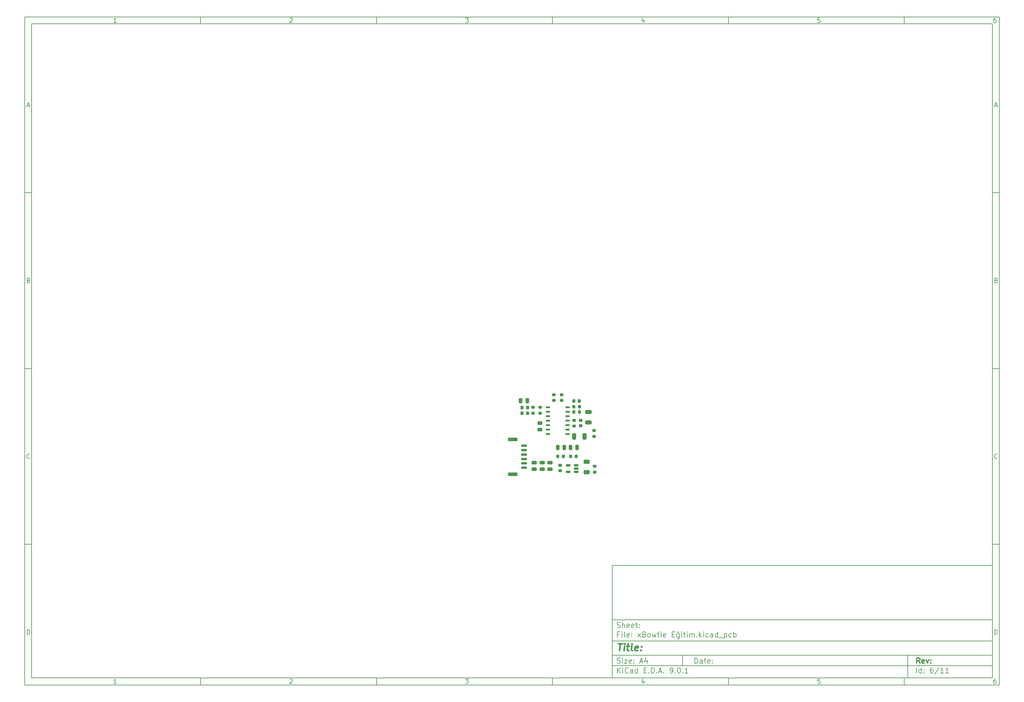
<source format=gbp>
%TF.GenerationSoftware,KiCad,Pcbnew,9.0.1*%
%TF.CreationDate,2025-04-08T16:08:48+03:00*%
%TF.ProjectId,xBowtie E_itim,78426f77-7469-4652-9045-1f6974696d2e,rev?*%
%TF.SameCoordinates,Original*%
%TF.FileFunction,Paste,Bot*%
%TF.FilePolarity,Positive*%
%FSLAX46Y46*%
G04 Gerber Fmt 4.6, Leading zero omitted, Abs format (unit mm)*
G04 Created by KiCad (PCBNEW 9.0.1) date 2025-04-08 16:08:48*
%MOMM*%
%LPD*%
G01*
G04 APERTURE LIST*
G04 Aperture macros list*
%AMRoundRect*
0 Rectangle with rounded corners*
0 $1 Rounding radius*
0 $2 $3 $4 $5 $6 $7 $8 $9 X,Y pos of 4 corners*
0 Add a 4 corners polygon primitive as box body*
4,1,4,$2,$3,$4,$5,$6,$7,$8,$9,$2,$3,0*
0 Add four circle primitives for the rounded corners*
1,1,$1+$1,$2,$3*
1,1,$1+$1,$4,$5*
1,1,$1+$1,$6,$7*
1,1,$1+$1,$8,$9*
0 Add four rect primitives between the rounded corners*
20,1,$1+$1,$2,$3,$4,$5,0*
20,1,$1+$1,$4,$5,$6,$7,0*
20,1,$1+$1,$6,$7,$8,$9,0*
20,1,$1+$1,$8,$9,$2,$3,0*%
G04 Aperture macros list end*
%ADD10C,0.100000*%
%ADD11C,0.150000*%
%ADD12C,0.300000*%
%ADD13C,0.400000*%
%ADD14RoundRect,0.200000X-0.275000X0.200000X-0.275000X-0.200000X0.275000X-0.200000X0.275000X0.200000X0*%
%ADD15RoundRect,0.250000X0.325000X0.650000X-0.325000X0.650000X-0.325000X-0.650000X0.325000X-0.650000X0*%
%ADD16RoundRect,0.250000X-0.625000X0.312500X-0.625000X-0.312500X0.625000X-0.312500X0.625000X0.312500X0*%
%ADD17RoundRect,0.200000X0.275000X-0.200000X0.275000X0.200000X-0.275000X0.200000X-0.275000X-0.200000X0*%
%ADD18RoundRect,0.250000X0.250000X0.475000X-0.250000X0.475000X-0.250000X-0.475000X0.250000X-0.475000X0*%
%ADD19RoundRect,0.243750X0.456250X-0.243750X0.456250X0.243750X-0.456250X0.243750X-0.456250X-0.243750X0*%
%ADD20RoundRect,0.225000X0.225000X0.250000X-0.225000X0.250000X-0.225000X-0.250000X0.225000X-0.250000X0*%
%ADD21RoundRect,0.200000X-0.200000X-0.275000X0.200000X-0.275000X0.200000X0.275000X-0.200000X0.275000X0*%
%ADD22RoundRect,0.250000X0.475000X-0.250000X0.475000X0.250000X-0.475000X0.250000X-0.475000X-0.250000X0*%
%ADD23RoundRect,0.225000X-0.250000X0.225000X-0.250000X-0.225000X0.250000X-0.225000X0.250000X0.225000X0*%
%ADD24RoundRect,0.250000X-0.250000X-0.475000X0.250000X-0.475000X0.250000X0.475000X-0.250000X0.475000X0*%
%ADD25RoundRect,0.250000X-0.475000X0.250000X-0.475000X-0.250000X0.475000X-0.250000X0.475000X0.250000X0*%
%ADD26RoundRect,0.225000X-0.225000X-0.250000X0.225000X-0.250000X0.225000X0.250000X-0.225000X0.250000X0*%
%ADD27RoundRect,0.200000X0.200000X0.275000X-0.200000X0.275000X-0.200000X-0.275000X0.200000X-0.275000X0*%
%ADD28RoundRect,0.250000X0.650000X-0.325000X0.650000X0.325000X-0.650000X0.325000X-0.650000X-0.325000X0*%
%ADD29RoundRect,0.150000X0.512500X0.150000X-0.512500X0.150000X-0.512500X-0.150000X0.512500X-0.150000X0*%
%ADD30RoundRect,0.150000X0.700000X-0.150000X0.700000X0.150000X-0.700000X0.150000X-0.700000X-0.150000X0*%
%ADD31RoundRect,0.250000X1.100000X-0.250000X1.100000X0.250000X-1.100000X0.250000X-1.100000X-0.250000X0*%
%ADD32R,1.200000X0.600000*%
G04 APERTURE END LIST*
D10*
D11*
X177002200Y-166007200D02*
X285002200Y-166007200D01*
X285002200Y-198007200D01*
X177002200Y-198007200D01*
X177002200Y-166007200D01*
D10*
D11*
X10000000Y-10000000D02*
X287002200Y-10000000D01*
X287002200Y-200007200D01*
X10000000Y-200007200D01*
X10000000Y-10000000D01*
D10*
D11*
X12000000Y-12000000D02*
X285002200Y-12000000D01*
X285002200Y-198007200D01*
X12000000Y-198007200D01*
X12000000Y-12000000D01*
D10*
D11*
X60000000Y-12000000D02*
X60000000Y-10000000D01*
D10*
D11*
X110000000Y-12000000D02*
X110000000Y-10000000D01*
D10*
D11*
X160000000Y-12000000D02*
X160000000Y-10000000D01*
D10*
D11*
X210000000Y-12000000D02*
X210000000Y-10000000D01*
D10*
D11*
X260000000Y-12000000D02*
X260000000Y-10000000D01*
D10*
D11*
X36089160Y-11593604D02*
X35346303Y-11593604D01*
X35717731Y-11593604D02*
X35717731Y-10293604D01*
X35717731Y-10293604D02*
X35593922Y-10479319D01*
X35593922Y-10479319D02*
X35470112Y-10603128D01*
X35470112Y-10603128D02*
X35346303Y-10665033D01*
D10*
D11*
X85346303Y-10417414D02*
X85408207Y-10355509D01*
X85408207Y-10355509D02*
X85532017Y-10293604D01*
X85532017Y-10293604D02*
X85841541Y-10293604D01*
X85841541Y-10293604D02*
X85965350Y-10355509D01*
X85965350Y-10355509D02*
X86027255Y-10417414D01*
X86027255Y-10417414D02*
X86089160Y-10541223D01*
X86089160Y-10541223D02*
X86089160Y-10665033D01*
X86089160Y-10665033D02*
X86027255Y-10850747D01*
X86027255Y-10850747D02*
X85284398Y-11593604D01*
X85284398Y-11593604D02*
X86089160Y-11593604D01*
D10*
D11*
X135284398Y-10293604D02*
X136089160Y-10293604D01*
X136089160Y-10293604D02*
X135655826Y-10788842D01*
X135655826Y-10788842D02*
X135841541Y-10788842D01*
X135841541Y-10788842D02*
X135965350Y-10850747D01*
X135965350Y-10850747D02*
X136027255Y-10912652D01*
X136027255Y-10912652D02*
X136089160Y-11036461D01*
X136089160Y-11036461D02*
X136089160Y-11345985D01*
X136089160Y-11345985D02*
X136027255Y-11469795D01*
X136027255Y-11469795D02*
X135965350Y-11531700D01*
X135965350Y-11531700D02*
X135841541Y-11593604D01*
X135841541Y-11593604D02*
X135470112Y-11593604D01*
X135470112Y-11593604D02*
X135346303Y-11531700D01*
X135346303Y-11531700D02*
X135284398Y-11469795D01*
D10*
D11*
X185965350Y-10726938D02*
X185965350Y-11593604D01*
X185655826Y-10231700D02*
X185346303Y-11160271D01*
X185346303Y-11160271D02*
X186151064Y-11160271D01*
D10*
D11*
X236027255Y-10293604D02*
X235408207Y-10293604D01*
X235408207Y-10293604D02*
X235346303Y-10912652D01*
X235346303Y-10912652D02*
X235408207Y-10850747D01*
X235408207Y-10850747D02*
X235532017Y-10788842D01*
X235532017Y-10788842D02*
X235841541Y-10788842D01*
X235841541Y-10788842D02*
X235965350Y-10850747D01*
X235965350Y-10850747D02*
X236027255Y-10912652D01*
X236027255Y-10912652D02*
X236089160Y-11036461D01*
X236089160Y-11036461D02*
X236089160Y-11345985D01*
X236089160Y-11345985D02*
X236027255Y-11469795D01*
X236027255Y-11469795D02*
X235965350Y-11531700D01*
X235965350Y-11531700D02*
X235841541Y-11593604D01*
X235841541Y-11593604D02*
X235532017Y-11593604D01*
X235532017Y-11593604D02*
X235408207Y-11531700D01*
X235408207Y-11531700D02*
X235346303Y-11469795D01*
D10*
D11*
X285965350Y-10293604D02*
X285717731Y-10293604D01*
X285717731Y-10293604D02*
X285593922Y-10355509D01*
X285593922Y-10355509D02*
X285532017Y-10417414D01*
X285532017Y-10417414D02*
X285408207Y-10603128D01*
X285408207Y-10603128D02*
X285346303Y-10850747D01*
X285346303Y-10850747D02*
X285346303Y-11345985D01*
X285346303Y-11345985D02*
X285408207Y-11469795D01*
X285408207Y-11469795D02*
X285470112Y-11531700D01*
X285470112Y-11531700D02*
X285593922Y-11593604D01*
X285593922Y-11593604D02*
X285841541Y-11593604D01*
X285841541Y-11593604D02*
X285965350Y-11531700D01*
X285965350Y-11531700D02*
X286027255Y-11469795D01*
X286027255Y-11469795D02*
X286089160Y-11345985D01*
X286089160Y-11345985D02*
X286089160Y-11036461D01*
X286089160Y-11036461D02*
X286027255Y-10912652D01*
X286027255Y-10912652D02*
X285965350Y-10850747D01*
X285965350Y-10850747D02*
X285841541Y-10788842D01*
X285841541Y-10788842D02*
X285593922Y-10788842D01*
X285593922Y-10788842D02*
X285470112Y-10850747D01*
X285470112Y-10850747D02*
X285408207Y-10912652D01*
X285408207Y-10912652D02*
X285346303Y-11036461D01*
D10*
D11*
X60000000Y-198007200D02*
X60000000Y-200007200D01*
D10*
D11*
X110000000Y-198007200D02*
X110000000Y-200007200D01*
D10*
D11*
X160000000Y-198007200D02*
X160000000Y-200007200D01*
D10*
D11*
X210000000Y-198007200D02*
X210000000Y-200007200D01*
D10*
D11*
X260000000Y-198007200D02*
X260000000Y-200007200D01*
D10*
D11*
X36089160Y-199600804D02*
X35346303Y-199600804D01*
X35717731Y-199600804D02*
X35717731Y-198300804D01*
X35717731Y-198300804D02*
X35593922Y-198486519D01*
X35593922Y-198486519D02*
X35470112Y-198610328D01*
X35470112Y-198610328D02*
X35346303Y-198672233D01*
D10*
D11*
X85346303Y-198424614D02*
X85408207Y-198362709D01*
X85408207Y-198362709D02*
X85532017Y-198300804D01*
X85532017Y-198300804D02*
X85841541Y-198300804D01*
X85841541Y-198300804D02*
X85965350Y-198362709D01*
X85965350Y-198362709D02*
X86027255Y-198424614D01*
X86027255Y-198424614D02*
X86089160Y-198548423D01*
X86089160Y-198548423D02*
X86089160Y-198672233D01*
X86089160Y-198672233D02*
X86027255Y-198857947D01*
X86027255Y-198857947D02*
X85284398Y-199600804D01*
X85284398Y-199600804D02*
X86089160Y-199600804D01*
D10*
D11*
X135284398Y-198300804D02*
X136089160Y-198300804D01*
X136089160Y-198300804D02*
X135655826Y-198796042D01*
X135655826Y-198796042D02*
X135841541Y-198796042D01*
X135841541Y-198796042D02*
X135965350Y-198857947D01*
X135965350Y-198857947D02*
X136027255Y-198919852D01*
X136027255Y-198919852D02*
X136089160Y-199043661D01*
X136089160Y-199043661D02*
X136089160Y-199353185D01*
X136089160Y-199353185D02*
X136027255Y-199476995D01*
X136027255Y-199476995D02*
X135965350Y-199538900D01*
X135965350Y-199538900D02*
X135841541Y-199600804D01*
X135841541Y-199600804D02*
X135470112Y-199600804D01*
X135470112Y-199600804D02*
X135346303Y-199538900D01*
X135346303Y-199538900D02*
X135284398Y-199476995D01*
D10*
D11*
X185965350Y-198734138D02*
X185965350Y-199600804D01*
X185655826Y-198238900D02*
X185346303Y-199167471D01*
X185346303Y-199167471D02*
X186151064Y-199167471D01*
D10*
D11*
X236027255Y-198300804D02*
X235408207Y-198300804D01*
X235408207Y-198300804D02*
X235346303Y-198919852D01*
X235346303Y-198919852D02*
X235408207Y-198857947D01*
X235408207Y-198857947D02*
X235532017Y-198796042D01*
X235532017Y-198796042D02*
X235841541Y-198796042D01*
X235841541Y-198796042D02*
X235965350Y-198857947D01*
X235965350Y-198857947D02*
X236027255Y-198919852D01*
X236027255Y-198919852D02*
X236089160Y-199043661D01*
X236089160Y-199043661D02*
X236089160Y-199353185D01*
X236089160Y-199353185D02*
X236027255Y-199476995D01*
X236027255Y-199476995D02*
X235965350Y-199538900D01*
X235965350Y-199538900D02*
X235841541Y-199600804D01*
X235841541Y-199600804D02*
X235532017Y-199600804D01*
X235532017Y-199600804D02*
X235408207Y-199538900D01*
X235408207Y-199538900D02*
X235346303Y-199476995D01*
D10*
D11*
X285965350Y-198300804D02*
X285717731Y-198300804D01*
X285717731Y-198300804D02*
X285593922Y-198362709D01*
X285593922Y-198362709D02*
X285532017Y-198424614D01*
X285532017Y-198424614D02*
X285408207Y-198610328D01*
X285408207Y-198610328D02*
X285346303Y-198857947D01*
X285346303Y-198857947D02*
X285346303Y-199353185D01*
X285346303Y-199353185D02*
X285408207Y-199476995D01*
X285408207Y-199476995D02*
X285470112Y-199538900D01*
X285470112Y-199538900D02*
X285593922Y-199600804D01*
X285593922Y-199600804D02*
X285841541Y-199600804D01*
X285841541Y-199600804D02*
X285965350Y-199538900D01*
X285965350Y-199538900D02*
X286027255Y-199476995D01*
X286027255Y-199476995D02*
X286089160Y-199353185D01*
X286089160Y-199353185D02*
X286089160Y-199043661D01*
X286089160Y-199043661D02*
X286027255Y-198919852D01*
X286027255Y-198919852D02*
X285965350Y-198857947D01*
X285965350Y-198857947D02*
X285841541Y-198796042D01*
X285841541Y-198796042D02*
X285593922Y-198796042D01*
X285593922Y-198796042D02*
X285470112Y-198857947D01*
X285470112Y-198857947D02*
X285408207Y-198919852D01*
X285408207Y-198919852D02*
X285346303Y-199043661D01*
D10*
D11*
X10000000Y-60000000D02*
X12000000Y-60000000D01*
D10*
D11*
X10000000Y-110000000D02*
X12000000Y-110000000D01*
D10*
D11*
X10000000Y-160000000D02*
X12000000Y-160000000D01*
D10*
D11*
X10690476Y-35222176D02*
X11309523Y-35222176D01*
X10566666Y-35593604D02*
X10999999Y-34293604D01*
X10999999Y-34293604D02*
X11433333Y-35593604D01*
D10*
D11*
X11092857Y-84912652D02*
X11278571Y-84974557D01*
X11278571Y-84974557D02*
X11340476Y-85036461D01*
X11340476Y-85036461D02*
X11402380Y-85160271D01*
X11402380Y-85160271D02*
X11402380Y-85345985D01*
X11402380Y-85345985D02*
X11340476Y-85469795D01*
X11340476Y-85469795D02*
X11278571Y-85531700D01*
X11278571Y-85531700D02*
X11154761Y-85593604D01*
X11154761Y-85593604D02*
X10659523Y-85593604D01*
X10659523Y-85593604D02*
X10659523Y-84293604D01*
X10659523Y-84293604D02*
X11092857Y-84293604D01*
X11092857Y-84293604D02*
X11216666Y-84355509D01*
X11216666Y-84355509D02*
X11278571Y-84417414D01*
X11278571Y-84417414D02*
X11340476Y-84541223D01*
X11340476Y-84541223D02*
X11340476Y-84665033D01*
X11340476Y-84665033D02*
X11278571Y-84788842D01*
X11278571Y-84788842D02*
X11216666Y-84850747D01*
X11216666Y-84850747D02*
X11092857Y-84912652D01*
X11092857Y-84912652D02*
X10659523Y-84912652D01*
D10*
D11*
X11402380Y-135469795D02*
X11340476Y-135531700D01*
X11340476Y-135531700D02*
X11154761Y-135593604D01*
X11154761Y-135593604D02*
X11030952Y-135593604D01*
X11030952Y-135593604D02*
X10845238Y-135531700D01*
X10845238Y-135531700D02*
X10721428Y-135407890D01*
X10721428Y-135407890D02*
X10659523Y-135284080D01*
X10659523Y-135284080D02*
X10597619Y-135036461D01*
X10597619Y-135036461D02*
X10597619Y-134850747D01*
X10597619Y-134850747D02*
X10659523Y-134603128D01*
X10659523Y-134603128D02*
X10721428Y-134479319D01*
X10721428Y-134479319D02*
X10845238Y-134355509D01*
X10845238Y-134355509D02*
X11030952Y-134293604D01*
X11030952Y-134293604D02*
X11154761Y-134293604D01*
X11154761Y-134293604D02*
X11340476Y-134355509D01*
X11340476Y-134355509D02*
X11402380Y-134417414D01*
D10*
D11*
X10659523Y-185593604D02*
X10659523Y-184293604D01*
X10659523Y-184293604D02*
X10969047Y-184293604D01*
X10969047Y-184293604D02*
X11154761Y-184355509D01*
X11154761Y-184355509D02*
X11278571Y-184479319D01*
X11278571Y-184479319D02*
X11340476Y-184603128D01*
X11340476Y-184603128D02*
X11402380Y-184850747D01*
X11402380Y-184850747D02*
X11402380Y-185036461D01*
X11402380Y-185036461D02*
X11340476Y-185284080D01*
X11340476Y-185284080D02*
X11278571Y-185407890D01*
X11278571Y-185407890D02*
X11154761Y-185531700D01*
X11154761Y-185531700D02*
X10969047Y-185593604D01*
X10969047Y-185593604D02*
X10659523Y-185593604D01*
D10*
D11*
X287002200Y-60000000D02*
X285002200Y-60000000D01*
D10*
D11*
X287002200Y-110000000D02*
X285002200Y-110000000D01*
D10*
D11*
X287002200Y-160000000D02*
X285002200Y-160000000D01*
D10*
D11*
X285692676Y-35222176D02*
X286311723Y-35222176D01*
X285568866Y-35593604D02*
X286002199Y-34293604D01*
X286002199Y-34293604D02*
X286435533Y-35593604D01*
D10*
D11*
X286095057Y-84912652D02*
X286280771Y-84974557D01*
X286280771Y-84974557D02*
X286342676Y-85036461D01*
X286342676Y-85036461D02*
X286404580Y-85160271D01*
X286404580Y-85160271D02*
X286404580Y-85345985D01*
X286404580Y-85345985D02*
X286342676Y-85469795D01*
X286342676Y-85469795D02*
X286280771Y-85531700D01*
X286280771Y-85531700D02*
X286156961Y-85593604D01*
X286156961Y-85593604D02*
X285661723Y-85593604D01*
X285661723Y-85593604D02*
X285661723Y-84293604D01*
X285661723Y-84293604D02*
X286095057Y-84293604D01*
X286095057Y-84293604D02*
X286218866Y-84355509D01*
X286218866Y-84355509D02*
X286280771Y-84417414D01*
X286280771Y-84417414D02*
X286342676Y-84541223D01*
X286342676Y-84541223D02*
X286342676Y-84665033D01*
X286342676Y-84665033D02*
X286280771Y-84788842D01*
X286280771Y-84788842D02*
X286218866Y-84850747D01*
X286218866Y-84850747D02*
X286095057Y-84912652D01*
X286095057Y-84912652D02*
X285661723Y-84912652D01*
D10*
D11*
X286404580Y-135469795D02*
X286342676Y-135531700D01*
X286342676Y-135531700D02*
X286156961Y-135593604D01*
X286156961Y-135593604D02*
X286033152Y-135593604D01*
X286033152Y-135593604D02*
X285847438Y-135531700D01*
X285847438Y-135531700D02*
X285723628Y-135407890D01*
X285723628Y-135407890D02*
X285661723Y-135284080D01*
X285661723Y-135284080D02*
X285599819Y-135036461D01*
X285599819Y-135036461D02*
X285599819Y-134850747D01*
X285599819Y-134850747D02*
X285661723Y-134603128D01*
X285661723Y-134603128D02*
X285723628Y-134479319D01*
X285723628Y-134479319D02*
X285847438Y-134355509D01*
X285847438Y-134355509D02*
X286033152Y-134293604D01*
X286033152Y-134293604D02*
X286156961Y-134293604D01*
X286156961Y-134293604D02*
X286342676Y-134355509D01*
X286342676Y-134355509D02*
X286404580Y-134417414D01*
D10*
D11*
X285661723Y-185593604D02*
X285661723Y-184293604D01*
X285661723Y-184293604D02*
X285971247Y-184293604D01*
X285971247Y-184293604D02*
X286156961Y-184355509D01*
X286156961Y-184355509D02*
X286280771Y-184479319D01*
X286280771Y-184479319D02*
X286342676Y-184603128D01*
X286342676Y-184603128D02*
X286404580Y-184850747D01*
X286404580Y-184850747D02*
X286404580Y-185036461D01*
X286404580Y-185036461D02*
X286342676Y-185284080D01*
X286342676Y-185284080D02*
X286280771Y-185407890D01*
X286280771Y-185407890D02*
X286156961Y-185531700D01*
X286156961Y-185531700D02*
X285971247Y-185593604D01*
X285971247Y-185593604D02*
X285661723Y-185593604D01*
D10*
D11*
X200458026Y-193793328D02*
X200458026Y-192293328D01*
X200458026Y-192293328D02*
X200815169Y-192293328D01*
X200815169Y-192293328D02*
X201029455Y-192364757D01*
X201029455Y-192364757D02*
X201172312Y-192507614D01*
X201172312Y-192507614D02*
X201243741Y-192650471D01*
X201243741Y-192650471D02*
X201315169Y-192936185D01*
X201315169Y-192936185D02*
X201315169Y-193150471D01*
X201315169Y-193150471D02*
X201243741Y-193436185D01*
X201243741Y-193436185D02*
X201172312Y-193579042D01*
X201172312Y-193579042D02*
X201029455Y-193721900D01*
X201029455Y-193721900D02*
X200815169Y-193793328D01*
X200815169Y-193793328D02*
X200458026Y-193793328D01*
X202600884Y-193793328D02*
X202600884Y-193007614D01*
X202600884Y-193007614D02*
X202529455Y-192864757D01*
X202529455Y-192864757D02*
X202386598Y-192793328D01*
X202386598Y-192793328D02*
X202100884Y-192793328D01*
X202100884Y-192793328D02*
X201958026Y-192864757D01*
X202600884Y-193721900D02*
X202458026Y-193793328D01*
X202458026Y-193793328D02*
X202100884Y-193793328D01*
X202100884Y-193793328D02*
X201958026Y-193721900D01*
X201958026Y-193721900D02*
X201886598Y-193579042D01*
X201886598Y-193579042D02*
X201886598Y-193436185D01*
X201886598Y-193436185D02*
X201958026Y-193293328D01*
X201958026Y-193293328D02*
X202100884Y-193221900D01*
X202100884Y-193221900D02*
X202458026Y-193221900D01*
X202458026Y-193221900D02*
X202600884Y-193150471D01*
X203100884Y-192793328D02*
X203672312Y-192793328D01*
X203315169Y-192293328D02*
X203315169Y-193579042D01*
X203315169Y-193579042D02*
X203386598Y-193721900D01*
X203386598Y-193721900D02*
X203529455Y-193793328D01*
X203529455Y-193793328D02*
X203672312Y-193793328D01*
X204743741Y-193721900D02*
X204600884Y-193793328D01*
X204600884Y-193793328D02*
X204315170Y-193793328D01*
X204315170Y-193793328D02*
X204172312Y-193721900D01*
X204172312Y-193721900D02*
X204100884Y-193579042D01*
X204100884Y-193579042D02*
X204100884Y-193007614D01*
X204100884Y-193007614D02*
X204172312Y-192864757D01*
X204172312Y-192864757D02*
X204315170Y-192793328D01*
X204315170Y-192793328D02*
X204600884Y-192793328D01*
X204600884Y-192793328D02*
X204743741Y-192864757D01*
X204743741Y-192864757D02*
X204815170Y-193007614D01*
X204815170Y-193007614D02*
X204815170Y-193150471D01*
X204815170Y-193150471D02*
X204100884Y-193293328D01*
X205458026Y-193650471D02*
X205529455Y-193721900D01*
X205529455Y-193721900D02*
X205458026Y-193793328D01*
X205458026Y-193793328D02*
X205386598Y-193721900D01*
X205386598Y-193721900D02*
X205458026Y-193650471D01*
X205458026Y-193650471D02*
X205458026Y-193793328D01*
X205458026Y-192864757D02*
X205529455Y-192936185D01*
X205529455Y-192936185D02*
X205458026Y-193007614D01*
X205458026Y-193007614D02*
X205386598Y-192936185D01*
X205386598Y-192936185D02*
X205458026Y-192864757D01*
X205458026Y-192864757D02*
X205458026Y-193007614D01*
D10*
D11*
X177002200Y-194507200D02*
X285002200Y-194507200D01*
D10*
D11*
X178458026Y-196593328D02*
X178458026Y-195093328D01*
X179315169Y-196593328D02*
X178672312Y-195736185D01*
X179315169Y-195093328D02*
X178458026Y-195950471D01*
X179958026Y-196593328D02*
X179958026Y-195593328D01*
X179958026Y-195093328D02*
X179886598Y-195164757D01*
X179886598Y-195164757D02*
X179958026Y-195236185D01*
X179958026Y-195236185D02*
X180029455Y-195164757D01*
X180029455Y-195164757D02*
X179958026Y-195093328D01*
X179958026Y-195093328D02*
X179958026Y-195236185D01*
X181529455Y-196450471D02*
X181458027Y-196521900D01*
X181458027Y-196521900D02*
X181243741Y-196593328D01*
X181243741Y-196593328D02*
X181100884Y-196593328D01*
X181100884Y-196593328D02*
X180886598Y-196521900D01*
X180886598Y-196521900D02*
X180743741Y-196379042D01*
X180743741Y-196379042D02*
X180672312Y-196236185D01*
X180672312Y-196236185D02*
X180600884Y-195950471D01*
X180600884Y-195950471D02*
X180600884Y-195736185D01*
X180600884Y-195736185D02*
X180672312Y-195450471D01*
X180672312Y-195450471D02*
X180743741Y-195307614D01*
X180743741Y-195307614D02*
X180886598Y-195164757D01*
X180886598Y-195164757D02*
X181100884Y-195093328D01*
X181100884Y-195093328D02*
X181243741Y-195093328D01*
X181243741Y-195093328D02*
X181458027Y-195164757D01*
X181458027Y-195164757D02*
X181529455Y-195236185D01*
X182815170Y-196593328D02*
X182815170Y-195807614D01*
X182815170Y-195807614D02*
X182743741Y-195664757D01*
X182743741Y-195664757D02*
X182600884Y-195593328D01*
X182600884Y-195593328D02*
X182315170Y-195593328D01*
X182315170Y-195593328D02*
X182172312Y-195664757D01*
X182815170Y-196521900D02*
X182672312Y-196593328D01*
X182672312Y-196593328D02*
X182315170Y-196593328D01*
X182315170Y-196593328D02*
X182172312Y-196521900D01*
X182172312Y-196521900D02*
X182100884Y-196379042D01*
X182100884Y-196379042D02*
X182100884Y-196236185D01*
X182100884Y-196236185D02*
X182172312Y-196093328D01*
X182172312Y-196093328D02*
X182315170Y-196021900D01*
X182315170Y-196021900D02*
X182672312Y-196021900D01*
X182672312Y-196021900D02*
X182815170Y-195950471D01*
X184172313Y-196593328D02*
X184172313Y-195093328D01*
X184172313Y-196521900D02*
X184029455Y-196593328D01*
X184029455Y-196593328D02*
X183743741Y-196593328D01*
X183743741Y-196593328D02*
X183600884Y-196521900D01*
X183600884Y-196521900D02*
X183529455Y-196450471D01*
X183529455Y-196450471D02*
X183458027Y-196307614D01*
X183458027Y-196307614D02*
X183458027Y-195879042D01*
X183458027Y-195879042D02*
X183529455Y-195736185D01*
X183529455Y-195736185D02*
X183600884Y-195664757D01*
X183600884Y-195664757D02*
X183743741Y-195593328D01*
X183743741Y-195593328D02*
X184029455Y-195593328D01*
X184029455Y-195593328D02*
X184172313Y-195664757D01*
X186029455Y-195807614D02*
X186529455Y-195807614D01*
X186743741Y-196593328D02*
X186029455Y-196593328D01*
X186029455Y-196593328D02*
X186029455Y-195093328D01*
X186029455Y-195093328D02*
X186743741Y-195093328D01*
X187386598Y-196450471D02*
X187458027Y-196521900D01*
X187458027Y-196521900D02*
X187386598Y-196593328D01*
X187386598Y-196593328D02*
X187315170Y-196521900D01*
X187315170Y-196521900D02*
X187386598Y-196450471D01*
X187386598Y-196450471D02*
X187386598Y-196593328D01*
X188100884Y-196593328D02*
X188100884Y-195093328D01*
X188100884Y-195093328D02*
X188458027Y-195093328D01*
X188458027Y-195093328D02*
X188672313Y-195164757D01*
X188672313Y-195164757D02*
X188815170Y-195307614D01*
X188815170Y-195307614D02*
X188886599Y-195450471D01*
X188886599Y-195450471D02*
X188958027Y-195736185D01*
X188958027Y-195736185D02*
X188958027Y-195950471D01*
X188958027Y-195950471D02*
X188886599Y-196236185D01*
X188886599Y-196236185D02*
X188815170Y-196379042D01*
X188815170Y-196379042D02*
X188672313Y-196521900D01*
X188672313Y-196521900D02*
X188458027Y-196593328D01*
X188458027Y-196593328D02*
X188100884Y-196593328D01*
X189600884Y-196450471D02*
X189672313Y-196521900D01*
X189672313Y-196521900D02*
X189600884Y-196593328D01*
X189600884Y-196593328D02*
X189529456Y-196521900D01*
X189529456Y-196521900D02*
X189600884Y-196450471D01*
X189600884Y-196450471D02*
X189600884Y-196593328D01*
X190243742Y-196164757D02*
X190958028Y-196164757D01*
X190100885Y-196593328D02*
X190600885Y-195093328D01*
X190600885Y-195093328D02*
X191100885Y-196593328D01*
X191600884Y-196450471D02*
X191672313Y-196521900D01*
X191672313Y-196521900D02*
X191600884Y-196593328D01*
X191600884Y-196593328D02*
X191529456Y-196521900D01*
X191529456Y-196521900D02*
X191600884Y-196450471D01*
X191600884Y-196450471D02*
X191600884Y-196593328D01*
X193529456Y-196593328D02*
X193815170Y-196593328D01*
X193815170Y-196593328D02*
X193958027Y-196521900D01*
X193958027Y-196521900D02*
X194029456Y-196450471D01*
X194029456Y-196450471D02*
X194172313Y-196236185D01*
X194172313Y-196236185D02*
X194243742Y-195950471D01*
X194243742Y-195950471D02*
X194243742Y-195379042D01*
X194243742Y-195379042D02*
X194172313Y-195236185D01*
X194172313Y-195236185D02*
X194100885Y-195164757D01*
X194100885Y-195164757D02*
X193958027Y-195093328D01*
X193958027Y-195093328D02*
X193672313Y-195093328D01*
X193672313Y-195093328D02*
X193529456Y-195164757D01*
X193529456Y-195164757D02*
X193458027Y-195236185D01*
X193458027Y-195236185D02*
X193386599Y-195379042D01*
X193386599Y-195379042D02*
X193386599Y-195736185D01*
X193386599Y-195736185D02*
X193458027Y-195879042D01*
X193458027Y-195879042D02*
X193529456Y-195950471D01*
X193529456Y-195950471D02*
X193672313Y-196021900D01*
X193672313Y-196021900D02*
X193958027Y-196021900D01*
X193958027Y-196021900D02*
X194100885Y-195950471D01*
X194100885Y-195950471D02*
X194172313Y-195879042D01*
X194172313Y-195879042D02*
X194243742Y-195736185D01*
X194886598Y-196450471D02*
X194958027Y-196521900D01*
X194958027Y-196521900D02*
X194886598Y-196593328D01*
X194886598Y-196593328D02*
X194815170Y-196521900D01*
X194815170Y-196521900D02*
X194886598Y-196450471D01*
X194886598Y-196450471D02*
X194886598Y-196593328D01*
X195886599Y-195093328D02*
X196029456Y-195093328D01*
X196029456Y-195093328D02*
X196172313Y-195164757D01*
X196172313Y-195164757D02*
X196243742Y-195236185D01*
X196243742Y-195236185D02*
X196315170Y-195379042D01*
X196315170Y-195379042D02*
X196386599Y-195664757D01*
X196386599Y-195664757D02*
X196386599Y-196021900D01*
X196386599Y-196021900D02*
X196315170Y-196307614D01*
X196315170Y-196307614D02*
X196243742Y-196450471D01*
X196243742Y-196450471D02*
X196172313Y-196521900D01*
X196172313Y-196521900D02*
X196029456Y-196593328D01*
X196029456Y-196593328D02*
X195886599Y-196593328D01*
X195886599Y-196593328D02*
X195743742Y-196521900D01*
X195743742Y-196521900D02*
X195672313Y-196450471D01*
X195672313Y-196450471D02*
X195600884Y-196307614D01*
X195600884Y-196307614D02*
X195529456Y-196021900D01*
X195529456Y-196021900D02*
X195529456Y-195664757D01*
X195529456Y-195664757D02*
X195600884Y-195379042D01*
X195600884Y-195379042D02*
X195672313Y-195236185D01*
X195672313Y-195236185D02*
X195743742Y-195164757D01*
X195743742Y-195164757D02*
X195886599Y-195093328D01*
X197029455Y-196450471D02*
X197100884Y-196521900D01*
X197100884Y-196521900D02*
X197029455Y-196593328D01*
X197029455Y-196593328D02*
X196958027Y-196521900D01*
X196958027Y-196521900D02*
X197029455Y-196450471D01*
X197029455Y-196450471D02*
X197029455Y-196593328D01*
X198529456Y-196593328D02*
X197672313Y-196593328D01*
X198100884Y-196593328D02*
X198100884Y-195093328D01*
X198100884Y-195093328D02*
X197958027Y-195307614D01*
X197958027Y-195307614D02*
X197815170Y-195450471D01*
X197815170Y-195450471D02*
X197672313Y-195521900D01*
D10*
D11*
X177002200Y-191507200D02*
X285002200Y-191507200D01*
D10*
D12*
X264413853Y-193785528D02*
X263913853Y-193071242D01*
X263556710Y-193785528D02*
X263556710Y-192285528D01*
X263556710Y-192285528D02*
X264128139Y-192285528D01*
X264128139Y-192285528D02*
X264270996Y-192356957D01*
X264270996Y-192356957D02*
X264342425Y-192428385D01*
X264342425Y-192428385D02*
X264413853Y-192571242D01*
X264413853Y-192571242D02*
X264413853Y-192785528D01*
X264413853Y-192785528D02*
X264342425Y-192928385D01*
X264342425Y-192928385D02*
X264270996Y-192999814D01*
X264270996Y-192999814D02*
X264128139Y-193071242D01*
X264128139Y-193071242D02*
X263556710Y-193071242D01*
X265628139Y-193714100D02*
X265485282Y-193785528D01*
X265485282Y-193785528D02*
X265199568Y-193785528D01*
X265199568Y-193785528D02*
X265056710Y-193714100D01*
X265056710Y-193714100D02*
X264985282Y-193571242D01*
X264985282Y-193571242D02*
X264985282Y-192999814D01*
X264985282Y-192999814D02*
X265056710Y-192856957D01*
X265056710Y-192856957D02*
X265199568Y-192785528D01*
X265199568Y-192785528D02*
X265485282Y-192785528D01*
X265485282Y-192785528D02*
X265628139Y-192856957D01*
X265628139Y-192856957D02*
X265699568Y-192999814D01*
X265699568Y-192999814D02*
X265699568Y-193142671D01*
X265699568Y-193142671D02*
X264985282Y-193285528D01*
X266199567Y-192785528D02*
X266556710Y-193785528D01*
X266556710Y-193785528D02*
X266913853Y-192785528D01*
X267485281Y-193642671D02*
X267556710Y-193714100D01*
X267556710Y-193714100D02*
X267485281Y-193785528D01*
X267485281Y-193785528D02*
X267413853Y-193714100D01*
X267413853Y-193714100D02*
X267485281Y-193642671D01*
X267485281Y-193642671D02*
X267485281Y-193785528D01*
X267485281Y-192856957D02*
X267556710Y-192928385D01*
X267556710Y-192928385D02*
X267485281Y-192999814D01*
X267485281Y-192999814D02*
X267413853Y-192928385D01*
X267413853Y-192928385D02*
X267485281Y-192856957D01*
X267485281Y-192856957D02*
X267485281Y-192999814D01*
D10*
D11*
X178386598Y-193721900D02*
X178600884Y-193793328D01*
X178600884Y-193793328D02*
X178958026Y-193793328D01*
X178958026Y-193793328D02*
X179100884Y-193721900D01*
X179100884Y-193721900D02*
X179172312Y-193650471D01*
X179172312Y-193650471D02*
X179243741Y-193507614D01*
X179243741Y-193507614D02*
X179243741Y-193364757D01*
X179243741Y-193364757D02*
X179172312Y-193221900D01*
X179172312Y-193221900D02*
X179100884Y-193150471D01*
X179100884Y-193150471D02*
X178958026Y-193079042D01*
X178958026Y-193079042D02*
X178672312Y-193007614D01*
X178672312Y-193007614D02*
X178529455Y-192936185D01*
X178529455Y-192936185D02*
X178458026Y-192864757D01*
X178458026Y-192864757D02*
X178386598Y-192721900D01*
X178386598Y-192721900D02*
X178386598Y-192579042D01*
X178386598Y-192579042D02*
X178458026Y-192436185D01*
X178458026Y-192436185D02*
X178529455Y-192364757D01*
X178529455Y-192364757D02*
X178672312Y-192293328D01*
X178672312Y-192293328D02*
X179029455Y-192293328D01*
X179029455Y-192293328D02*
X179243741Y-192364757D01*
X179886597Y-193793328D02*
X179886597Y-192793328D01*
X179886597Y-192293328D02*
X179815169Y-192364757D01*
X179815169Y-192364757D02*
X179886597Y-192436185D01*
X179886597Y-192436185D02*
X179958026Y-192364757D01*
X179958026Y-192364757D02*
X179886597Y-192293328D01*
X179886597Y-192293328D02*
X179886597Y-192436185D01*
X180458026Y-192793328D02*
X181243741Y-192793328D01*
X181243741Y-192793328D02*
X180458026Y-193793328D01*
X180458026Y-193793328D02*
X181243741Y-193793328D01*
X182386598Y-193721900D02*
X182243741Y-193793328D01*
X182243741Y-193793328D02*
X181958027Y-193793328D01*
X181958027Y-193793328D02*
X181815169Y-193721900D01*
X181815169Y-193721900D02*
X181743741Y-193579042D01*
X181743741Y-193579042D02*
X181743741Y-193007614D01*
X181743741Y-193007614D02*
X181815169Y-192864757D01*
X181815169Y-192864757D02*
X181958027Y-192793328D01*
X181958027Y-192793328D02*
X182243741Y-192793328D01*
X182243741Y-192793328D02*
X182386598Y-192864757D01*
X182386598Y-192864757D02*
X182458027Y-193007614D01*
X182458027Y-193007614D02*
X182458027Y-193150471D01*
X182458027Y-193150471D02*
X181743741Y-193293328D01*
X183100883Y-193650471D02*
X183172312Y-193721900D01*
X183172312Y-193721900D02*
X183100883Y-193793328D01*
X183100883Y-193793328D02*
X183029455Y-193721900D01*
X183029455Y-193721900D02*
X183100883Y-193650471D01*
X183100883Y-193650471D02*
X183100883Y-193793328D01*
X183100883Y-192864757D02*
X183172312Y-192936185D01*
X183172312Y-192936185D02*
X183100883Y-193007614D01*
X183100883Y-193007614D02*
X183029455Y-192936185D01*
X183029455Y-192936185D02*
X183100883Y-192864757D01*
X183100883Y-192864757D02*
X183100883Y-193007614D01*
X184886598Y-193364757D02*
X185600884Y-193364757D01*
X184743741Y-193793328D02*
X185243741Y-192293328D01*
X185243741Y-192293328D02*
X185743741Y-193793328D01*
X186886598Y-192793328D02*
X186886598Y-193793328D01*
X186529455Y-192221900D02*
X186172312Y-193293328D01*
X186172312Y-193293328D02*
X187100883Y-193293328D01*
D10*
D11*
X263458026Y-196593328D02*
X263458026Y-195093328D01*
X264815170Y-196593328D02*
X264815170Y-195093328D01*
X264815170Y-196521900D02*
X264672312Y-196593328D01*
X264672312Y-196593328D02*
X264386598Y-196593328D01*
X264386598Y-196593328D02*
X264243741Y-196521900D01*
X264243741Y-196521900D02*
X264172312Y-196450471D01*
X264172312Y-196450471D02*
X264100884Y-196307614D01*
X264100884Y-196307614D02*
X264100884Y-195879042D01*
X264100884Y-195879042D02*
X264172312Y-195736185D01*
X264172312Y-195736185D02*
X264243741Y-195664757D01*
X264243741Y-195664757D02*
X264386598Y-195593328D01*
X264386598Y-195593328D02*
X264672312Y-195593328D01*
X264672312Y-195593328D02*
X264815170Y-195664757D01*
X265529455Y-196450471D02*
X265600884Y-196521900D01*
X265600884Y-196521900D02*
X265529455Y-196593328D01*
X265529455Y-196593328D02*
X265458027Y-196521900D01*
X265458027Y-196521900D02*
X265529455Y-196450471D01*
X265529455Y-196450471D02*
X265529455Y-196593328D01*
X265529455Y-195664757D02*
X265600884Y-195736185D01*
X265600884Y-195736185D02*
X265529455Y-195807614D01*
X265529455Y-195807614D02*
X265458027Y-195736185D01*
X265458027Y-195736185D02*
X265529455Y-195664757D01*
X265529455Y-195664757D02*
X265529455Y-195807614D01*
X268029456Y-195093328D02*
X267743741Y-195093328D01*
X267743741Y-195093328D02*
X267600884Y-195164757D01*
X267600884Y-195164757D02*
X267529456Y-195236185D01*
X267529456Y-195236185D02*
X267386598Y-195450471D01*
X267386598Y-195450471D02*
X267315170Y-195736185D01*
X267315170Y-195736185D02*
X267315170Y-196307614D01*
X267315170Y-196307614D02*
X267386598Y-196450471D01*
X267386598Y-196450471D02*
X267458027Y-196521900D01*
X267458027Y-196521900D02*
X267600884Y-196593328D01*
X267600884Y-196593328D02*
X267886598Y-196593328D01*
X267886598Y-196593328D02*
X268029456Y-196521900D01*
X268029456Y-196521900D02*
X268100884Y-196450471D01*
X268100884Y-196450471D02*
X268172313Y-196307614D01*
X268172313Y-196307614D02*
X268172313Y-195950471D01*
X268172313Y-195950471D02*
X268100884Y-195807614D01*
X268100884Y-195807614D02*
X268029456Y-195736185D01*
X268029456Y-195736185D02*
X267886598Y-195664757D01*
X267886598Y-195664757D02*
X267600884Y-195664757D01*
X267600884Y-195664757D02*
X267458027Y-195736185D01*
X267458027Y-195736185D02*
X267386598Y-195807614D01*
X267386598Y-195807614D02*
X267315170Y-195950471D01*
X269886598Y-195021900D02*
X268600884Y-196950471D01*
X271172313Y-196593328D02*
X270315170Y-196593328D01*
X270743741Y-196593328D02*
X270743741Y-195093328D01*
X270743741Y-195093328D02*
X270600884Y-195307614D01*
X270600884Y-195307614D02*
X270458027Y-195450471D01*
X270458027Y-195450471D02*
X270315170Y-195521900D01*
X272600884Y-196593328D02*
X271743741Y-196593328D01*
X272172312Y-196593328D02*
X272172312Y-195093328D01*
X272172312Y-195093328D02*
X272029455Y-195307614D01*
X272029455Y-195307614D02*
X271886598Y-195450471D01*
X271886598Y-195450471D02*
X271743741Y-195521900D01*
D10*
D11*
X177002200Y-187507200D02*
X285002200Y-187507200D01*
D10*
D13*
X178693928Y-188211638D02*
X179836785Y-188211638D01*
X179015357Y-190211638D02*
X179265357Y-188211638D01*
X180253452Y-190211638D02*
X180420119Y-188878304D01*
X180503452Y-188211638D02*
X180396309Y-188306876D01*
X180396309Y-188306876D02*
X180479643Y-188402114D01*
X180479643Y-188402114D02*
X180586786Y-188306876D01*
X180586786Y-188306876D02*
X180503452Y-188211638D01*
X180503452Y-188211638D02*
X180479643Y-188402114D01*
X181086786Y-188878304D02*
X181848690Y-188878304D01*
X181455833Y-188211638D02*
X181241548Y-189925923D01*
X181241548Y-189925923D02*
X181312976Y-190116400D01*
X181312976Y-190116400D02*
X181491548Y-190211638D01*
X181491548Y-190211638D02*
X181682024Y-190211638D01*
X182634405Y-190211638D02*
X182455833Y-190116400D01*
X182455833Y-190116400D02*
X182384405Y-189925923D01*
X182384405Y-189925923D02*
X182598690Y-188211638D01*
X184170119Y-190116400D02*
X183967738Y-190211638D01*
X183967738Y-190211638D02*
X183586785Y-190211638D01*
X183586785Y-190211638D02*
X183408214Y-190116400D01*
X183408214Y-190116400D02*
X183336785Y-189925923D01*
X183336785Y-189925923D02*
X183432024Y-189164019D01*
X183432024Y-189164019D02*
X183551071Y-188973542D01*
X183551071Y-188973542D02*
X183753452Y-188878304D01*
X183753452Y-188878304D02*
X184134404Y-188878304D01*
X184134404Y-188878304D02*
X184312976Y-188973542D01*
X184312976Y-188973542D02*
X184384404Y-189164019D01*
X184384404Y-189164019D02*
X184360595Y-189354495D01*
X184360595Y-189354495D02*
X183384404Y-189544971D01*
X185134405Y-190021161D02*
X185217738Y-190116400D01*
X185217738Y-190116400D02*
X185110595Y-190211638D01*
X185110595Y-190211638D02*
X185027262Y-190116400D01*
X185027262Y-190116400D02*
X185134405Y-190021161D01*
X185134405Y-190021161D02*
X185110595Y-190211638D01*
X185265357Y-188973542D02*
X185348690Y-189068780D01*
X185348690Y-189068780D02*
X185241548Y-189164019D01*
X185241548Y-189164019D02*
X185158214Y-189068780D01*
X185158214Y-189068780D02*
X185265357Y-188973542D01*
X185265357Y-188973542D02*
X185241548Y-189164019D01*
D10*
D11*
X178958026Y-185607614D02*
X178458026Y-185607614D01*
X178458026Y-186393328D02*
X178458026Y-184893328D01*
X178458026Y-184893328D02*
X179172312Y-184893328D01*
X179743740Y-186393328D02*
X179743740Y-185393328D01*
X179743740Y-184893328D02*
X179672312Y-184964757D01*
X179672312Y-184964757D02*
X179743740Y-185036185D01*
X179743740Y-185036185D02*
X179815169Y-184964757D01*
X179815169Y-184964757D02*
X179743740Y-184893328D01*
X179743740Y-184893328D02*
X179743740Y-185036185D01*
X180672312Y-186393328D02*
X180529455Y-186321900D01*
X180529455Y-186321900D02*
X180458026Y-186179042D01*
X180458026Y-186179042D02*
X180458026Y-184893328D01*
X181815169Y-186321900D02*
X181672312Y-186393328D01*
X181672312Y-186393328D02*
X181386598Y-186393328D01*
X181386598Y-186393328D02*
X181243740Y-186321900D01*
X181243740Y-186321900D02*
X181172312Y-186179042D01*
X181172312Y-186179042D02*
X181172312Y-185607614D01*
X181172312Y-185607614D02*
X181243740Y-185464757D01*
X181243740Y-185464757D02*
X181386598Y-185393328D01*
X181386598Y-185393328D02*
X181672312Y-185393328D01*
X181672312Y-185393328D02*
X181815169Y-185464757D01*
X181815169Y-185464757D02*
X181886598Y-185607614D01*
X181886598Y-185607614D02*
X181886598Y-185750471D01*
X181886598Y-185750471D02*
X181172312Y-185893328D01*
X182529454Y-186250471D02*
X182600883Y-186321900D01*
X182600883Y-186321900D02*
X182529454Y-186393328D01*
X182529454Y-186393328D02*
X182458026Y-186321900D01*
X182458026Y-186321900D02*
X182529454Y-186250471D01*
X182529454Y-186250471D02*
X182529454Y-186393328D01*
X182529454Y-185464757D02*
X182600883Y-185536185D01*
X182600883Y-185536185D02*
X182529454Y-185607614D01*
X182529454Y-185607614D02*
X182458026Y-185536185D01*
X182458026Y-185536185D02*
X182529454Y-185464757D01*
X182529454Y-185464757D02*
X182529454Y-185607614D01*
X184243740Y-186393328D02*
X185029455Y-185393328D01*
X184243740Y-185393328D02*
X185029455Y-186393328D01*
X186100883Y-185607614D02*
X186315169Y-185679042D01*
X186315169Y-185679042D02*
X186386598Y-185750471D01*
X186386598Y-185750471D02*
X186458026Y-185893328D01*
X186458026Y-185893328D02*
X186458026Y-186107614D01*
X186458026Y-186107614D02*
X186386598Y-186250471D01*
X186386598Y-186250471D02*
X186315169Y-186321900D01*
X186315169Y-186321900D02*
X186172312Y-186393328D01*
X186172312Y-186393328D02*
X185600883Y-186393328D01*
X185600883Y-186393328D02*
X185600883Y-184893328D01*
X185600883Y-184893328D02*
X186100883Y-184893328D01*
X186100883Y-184893328D02*
X186243741Y-184964757D01*
X186243741Y-184964757D02*
X186315169Y-185036185D01*
X186315169Y-185036185D02*
X186386598Y-185179042D01*
X186386598Y-185179042D02*
X186386598Y-185321900D01*
X186386598Y-185321900D02*
X186315169Y-185464757D01*
X186315169Y-185464757D02*
X186243741Y-185536185D01*
X186243741Y-185536185D02*
X186100883Y-185607614D01*
X186100883Y-185607614D02*
X185600883Y-185607614D01*
X187315169Y-186393328D02*
X187172312Y-186321900D01*
X187172312Y-186321900D02*
X187100883Y-186250471D01*
X187100883Y-186250471D02*
X187029455Y-186107614D01*
X187029455Y-186107614D02*
X187029455Y-185679042D01*
X187029455Y-185679042D02*
X187100883Y-185536185D01*
X187100883Y-185536185D02*
X187172312Y-185464757D01*
X187172312Y-185464757D02*
X187315169Y-185393328D01*
X187315169Y-185393328D02*
X187529455Y-185393328D01*
X187529455Y-185393328D02*
X187672312Y-185464757D01*
X187672312Y-185464757D02*
X187743741Y-185536185D01*
X187743741Y-185536185D02*
X187815169Y-185679042D01*
X187815169Y-185679042D02*
X187815169Y-186107614D01*
X187815169Y-186107614D02*
X187743741Y-186250471D01*
X187743741Y-186250471D02*
X187672312Y-186321900D01*
X187672312Y-186321900D02*
X187529455Y-186393328D01*
X187529455Y-186393328D02*
X187315169Y-186393328D01*
X188315169Y-185393328D02*
X188600884Y-186393328D01*
X188600884Y-186393328D02*
X188886598Y-185679042D01*
X188886598Y-185679042D02*
X189172312Y-186393328D01*
X189172312Y-186393328D02*
X189458026Y-185393328D01*
X189815170Y-185393328D02*
X190386598Y-185393328D01*
X190029455Y-184893328D02*
X190029455Y-186179042D01*
X190029455Y-186179042D02*
X190100884Y-186321900D01*
X190100884Y-186321900D02*
X190243741Y-186393328D01*
X190243741Y-186393328D02*
X190386598Y-186393328D01*
X190886598Y-186393328D02*
X190886598Y-185393328D01*
X190886598Y-184893328D02*
X190815170Y-184964757D01*
X190815170Y-184964757D02*
X190886598Y-185036185D01*
X190886598Y-185036185D02*
X190958027Y-184964757D01*
X190958027Y-184964757D02*
X190886598Y-184893328D01*
X190886598Y-184893328D02*
X190886598Y-185036185D01*
X192172313Y-186321900D02*
X192029456Y-186393328D01*
X192029456Y-186393328D02*
X191743742Y-186393328D01*
X191743742Y-186393328D02*
X191600884Y-186321900D01*
X191600884Y-186321900D02*
X191529456Y-186179042D01*
X191529456Y-186179042D02*
X191529456Y-185607614D01*
X191529456Y-185607614D02*
X191600884Y-185464757D01*
X191600884Y-185464757D02*
X191743742Y-185393328D01*
X191743742Y-185393328D02*
X192029456Y-185393328D01*
X192029456Y-185393328D02*
X192172313Y-185464757D01*
X192172313Y-185464757D02*
X192243742Y-185607614D01*
X192243742Y-185607614D02*
X192243742Y-185750471D01*
X192243742Y-185750471D02*
X191529456Y-185893328D01*
X194029455Y-185607614D02*
X194529455Y-185607614D01*
X194743741Y-186393328D02*
X194029455Y-186393328D01*
X194029455Y-186393328D02*
X194029455Y-184893328D01*
X194029455Y-184893328D02*
X194743741Y-184893328D01*
X196029456Y-185393328D02*
X196029456Y-186607614D01*
X196029456Y-186607614D02*
X195958027Y-186750471D01*
X195958027Y-186750471D02*
X195886598Y-186821900D01*
X195886598Y-186821900D02*
X195743741Y-186893328D01*
X195743741Y-186893328D02*
X195529456Y-186893328D01*
X195529456Y-186893328D02*
X195386598Y-186821900D01*
X196029456Y-186321900D02*
X195886598Y-186393328D01*
X195886598Y-186393328D02*
X195600884Y-186393328D01*
X195600884Y-186393328D02*
X195458027Y-186321900D01*
X195458027Y-186321900D02*
X195386598Y-186250471D01*
X195386598Y-186250471D02*
X195315170Y-186107614D01*
X195315170Y-186107614D02*
X195315170Y-185679042D01*
X195315170Y-185679042D02*
X195386598Y-185536185D01*
X195386598Y-185536185D02*
X195458027Y-185464757D01*
X195458027Y-185464757D02*
X195600884Y-185393328D01*
X195600884Y-185393328D02*
X195886598Y-185393328D01*
X195886598Y-185393328D02*
X196029456Y-185464757D01*
X195386598Y-184821900D02*
X195458027Y-184964757D01*
X195458027Y-184964757D02*
X195600884Y-185036185D01*
X195600884Y-185036185D02*
X195743741Y-185036185D01*
X195743741Y-185036185D02*
X195886598Y-184964757D01*
X195886598Y-184964757D02*
X195958027Y-184821900D01*
X196743741Y-186393328D02*
X196743741Y-185393328D01*
X196743741Y-184893328D02*
X196672313Y-184964757D01*
X196672313Y-184964757D02*
X196743741Y-185036185D01*
X196743741Y-185036185D02*
X196815170Y-184964757D01*
X196815170Y-184964757D02*
X196743741Y-184893328D01*
X196743741Y-184893328D02*
X196743741Y-185036185D01*
X197243742Y-185393328D02*
X197815170Y-185393328D01*
X197458027Y-184893328D02*
X197458027Y-186179042D01*
X197458027Y-186179042D02*
X197529456Y-186321900D01*
X197529456Y-186321900D02*
X197672313Y-186393328D01*
X197672313Y-186393328D02*
X197815170Y-186393328D01*
X198315170Y-186393328D02*
X198315170Y-185393328D01*
X198315170Y-184893328D02*
X198243742Y-184964757D01*
X198243742Y-184964757D02*
X198315170Y-185036185D01*
X198315170Y-185036185D02*
X198386599Y-184964757D01*
X198386599Y-184964757D02*
X198315170Y-184893328D01*
X198315170Y-184893328D02*
X198315170Y-185036185D01*
X199029456Y-186393328D02*
X199029456Y-185393328D01*
X199029456Y-185536185D02*
X199100885Y-185464757D01*
X199100885Y-185464757D02*
X199243742Y-185393328D01*
X199243742Y-185393328D02*
X199458028Y-185393328D01*
X199458028Y-185393328D02*
X199600885Y-185464757D01*
X199600885Y-185464757D02*
X199672314Y-185607614D01*
X199672314Y-185607614D02*
X199672314Y-186393328D01*
X199672314Y-185607614D02*
X199743742Y-185464757D01*
X199743742Y-185464757D02*
X199886599Y-185393328D01*
X199886599Y-185393328D02*
X200100885Y-185393328D01*
X200100885Y-185393328D02*
X200243742Y-185464757D01*
X200243742Y-185464757D02*
X200315171Y-185607614D01*
X200315171Y-185607614D02*
X200315171Y-186393328D01*
X201029456Y-186250471D02*
X201100885Y-186321900D01*
X201100885Y-186321900D02*
X201029456Y-186393328D01*
X201029456Y-186393328D02*
X200958028Y-186321900D01*
X200958028Y-186321900D02*
X201029456Y-186250471D01*
X201029456Y-186250471D02*
X201029456Y-186393328D01*
X201743742Y-186393328D02*
X201743742Y-184893328D01*
X201886600Y-185821900D02*
X202315171Y-186393328D01*
X202315171Y-185393328D02*
X201743742Y-185964757D01*
X202958028Y-186393328D02*
X202958028Y-185393328D01*
X202958028Y-184893328D02*
X202886600Y-184964757D01*
X202886600Y-184964757D02*
X202958028Y-185036185D01*
X202958028Y-185036185D02*
X203029457Y-184964757D01*
X203029457Y-184964757D02*
X202958028Y-184893328D01*
X202958028Y-184893328D02*
X202958028Y-185036185D01*
X204315172Y-186321900D02*
X204172314Y-186393328D01*
X204172314Y-186393328D02*
X203886600Y-186393328D01*
X203886600Y-186393328D02*
X203743743Y-186321900D01*
X203743743Y-186321900D02*
X203672314Y-186250471D01*
X203672314Y-186250471D02*
X203600886Y-186107614D01*
X203600886Y-186107614D02*
X203600886Y-185679042D01*
X203600886Y-185679042D02*
X203672314Y-185536185D01*
X203672314Y-185536185D02*
X203743743Y-185464757D01*
X203743743Y-185464757D02*
X203886600Y-185393328D01*
X203886600Y-185393328D02*
X204172314Y-185393328D01*
X204172314Y-185393328D02*
X204315172Y-185464757D01*
X205600886Y-186393328D02*
X205600886Y-185607614D01*
X205600886Y-185607614D02*
X205529457Y-185464757D01*
X205529457Y-185464757D02*
X205386600Y-185393328D01*
X205386600Y-185393328D02*
X205100886Y-185393328D01*
X205100886Y-185393328D02*
X204958028Y-185464757D01*
X205600886Y-186321900D02*
X205458028Y-186393328D01*
X205458028Y-186393328D02*
X205100886Y-186393328D01*
X205100886Y-186393328D02*
X204958028Y-186321900D01*
X204958028Y-186321900D02*
X204886600Y-186179042D01*
X204886600Y-186179042D02*
X204886600Y-186036185D01*
X204886600Y-186036185D02*
X204958028Y-185893328D01*
X204958028Y-185893328D02*
X205100886Y-185821900D01*
X205100886Y-185821900D02*
X205458028Y-185821900D01*
X205458028Y-185821900D02*
X205600886Y-185750471D01*
X206958029Y-186393328D02*
X206958029Y-184893328D01*
X206958029Y-186321900D02*
X206815171Y-186393328D01*
X206815171Y-186393328D02*
X206529457Y-186393328D01*
X206529457Y-186393328D02*
X206386600Y-186321900D01*
X206386600Y-186321900D02*
X206315171Y-186250471D01*
X206315171Y-186250471D02*
X206243743Y-186107614D01*
X206243743Y-186107614D02*
X206243743Y-185679042D01*
X206243743Y-185679042D02*
X206315171Y-185536185D01*
X206315171Y-185536185D02*
X206386600Y-185464757D01*
X206386600Y-185464757D02*
X206529457Y-185393328D01*
X206529457Y-185393328D02*
X206815171Y-185393328D01*
X206815171Y-185393328D02*
X206958029Y-185464757D01*
X207315172Y-186536185D02*
X208458029Y-186536185D01*
X208815171Y-185393328D02*
X208815171Y-186893328D01*
X208815171Y-185464757D02*
X208958029Y-185393328D01*
X208958029Y-185393328D02*
X209243743Y-185393328D01*
X209243743Y-185393328D02*
X209386600Y-185464757D01*
X209386600Y-185464757D02*
X209458029Y-185536185D01*
X209458029Y-185536185D02*
X209529457Y-185679042D01*
X209529457Y-185679042D02*
X209529457Y-186107614D01*
X209529457Y-186107614D02*
X209458029Y-186250471D01*
X209458029Y-186250471D02*
X209386600Y-186321900D01*
X209386600Y-186321900D02*
X209243743Y-186393328D01*
X209243743Y-186393328D02*
X208958029Y-186393328D01*
X208958029Y-186393328D02*
X208815171Y-186321900D01*
X210815172Y-186321900D02*
X210672314Y-186393328D01*
X210672314Y-186393328D02*
X210386600Y-186393328D01*
X210386600Y-186393328D02*
X210243743Y-186321900D01*
X210243743Y-186321900D02*
X210172314Y-186250471D01*
X210172314Y-186250471D02*
X210100886Y-186107614D01*
X210100886Y-186107614D02*
X210100886Y-185679042D01*
X210100886Y-185679042D02*
X210172314Y-185536185D01*
X210172314Y-185536185D02*
X210243743Y-185464757D01*
X210243743Y-185464757D02*
X210386600Y-185393328D01*
X210386600Y-185393328D02*
X210672314Y-185393328D01*
X210672314Y-185393328D02*
X210815172Y-185464757D01*
X211458028Y-186393328D02*
X211458028Y-184893328D01*
X211458028Y-185464757D02*
X211600886Y-185393328D01*
X211600886Y-185393328D02*
X211886600Y-185393328D01*
X211886600Y-185393328D02*
X212029457Y-185464757D01*
X212029457Y-185464757D02*
X212100886Y-185536185D01*
X212100886Y-185536185D02*
X212172314Y-185679042D01*
X212172314Y-185679042D02*
X212172314Y-186107614D01*
X212172314Y-186107614D02*
X212100886Y-186250471D01*
X212100886Y-186250471D02*
X212029457Y-186321900D01*
X212029457Y-186321900D02*
X211886600Y-186393328D01*
X211886600Y-186393328D02*
X211600886Y-186393328D01*
X211600886Y-186393328D02*
X211458028Y-186321900D01*
D10*
D11*
X177002200Y-181507200D02*
X285002200Y-181507200D01*
D10*
D11*
X178386598Y-183621900D02*
X178600884Y-183693328D01*
X178600884Y-183693328D02*
X178958026Y-183693328D01*
X178958026Y-183693328D02*
X179100884Y-183621900D01*
X179100884Y-183621900D02*
X179172312Y-183550471D01*
X179172312Y-183550471D02*
X179243741Y-183407614D01*
X179243741Y-183407614D02*
X179243741Y-183264757D01*
X179243741Y-183264757D02*
X179172312Y-183121900D01*
X179172312Y-183121900D02*
X179100884Y-183050471D01*
X179100884Y-183050471D02*
X178958026Y-182979042D01*
X178958026Y-182979042D02*
X178672312Y-182907614D01*
X178672312Y-182907614D02*
X178529455Y-182836185D01*
X178529455Y-182836185D02*
X178458026Y-182764757D01*
X178458026Y-182764757D02*
X178386598Y-182621900D01*
X178386598Y-182621900D02*
X178386598Y-182479042D01*
X178386598Y-182479042D02*
X178458026Y-182336185D01*
X178458026Y-182336185D02*
X178529455Y-182264757D01*
X178529455Y-182264757D02*
X178672312Y-182193328D01*
X178672312Y-182193328D02*
X179029455Y-182193328D01*
X179029455Y-182193328D02*
X179243741Y-182264757D01*
X179886597Y-183693328D02*
X179886597Y-182193328D01*
X180529455Y-183693328D02*
X180529455Y-182907614D01*
X180529455Y-182907614D02*
X180458026Y-182764757D01*
X180458026Y-182764757D02*
X180315169Y-182693328D01*
X180315169Y-182693328D02*
X180100883Y-182693328D01*
X180100883Y-182693328D02*
X179958026Y-182764757D01*
X179958026Y-182764757D02*
X179886597Y-182836185D01*
X181815169Y-183621900D02*
X181672312Y-183693328D01*
X181672312Y-183693328D02*
X181386598Y-183693328D01*
X181386598Y-183693328D02*
X181243740Y-183621900D01*
X181243740Y-183621900D02*
X181172312Y-183479042D01*
X181172312Y-183479042D02*
X181172312Y-182907614D01*
X181172312Y-182907614D02*
X181243740Y-182764757D01*
X181243740Y-182764757D02*
X181386598Y-182693328D01*
X181386598Y-182693328D02*
X181672312Y-182693328D01*
X181672312Y-182693328D02*
X181815169Y-182764757D01*
X181815169Y-182764757D02*
X181886598Y-182907614D01*
X181886598Y-182907614D02*
X181886598Y-183050471D01*
X181886598Y-183050471D02*
X181172312Y-183193328D01*
X183100883Y-183621900D02*
X182958026Y-183693328D01*
X182958026Y-183693328D02*
X182672312Y-183693328D01*
X182672312Y-183693328D02*
X182529454Y-183621900D01*
X182529454Y-183621900D02*
X182458026Y-183479042D01*
X182458026Y-183479042D02*
X182458026Y-182907614D01*
X182458026Y-182907614D02*
X182529454Y-182764757D01*
X182529454Y-182764757D02*
X182672312Y-182693328D01*
X182672312Y-182693328D02*
X182958026Y-182693328D01*
X182958026Y-182693328D02*
X183100883Y-182764757D01*
X183100883Y-182764757D02*
X183172312Y-182907614D01*
X183172312Y-182907614D02*
X183172312Y-183050471D01*
X183172312Y-183050471D02*
X182458026Y-183193328D01*
X183600883Y-182693328D02*
X184172311Y-182693328D01*
X183815168Y-182193328D02*
X183815168Y-183479042D01*
X183815168Y-183479042D02*
X183886597Y-183621900D01*
X183886597Y-183621900D02*
X184029454Y-183693328D01*
X184029454Y-183693328D02*
X184172311Y-183693328D01*
X184672311Y-183550471D02*
X184743740Y-183621900D01*
X184743740Y-183621900D02*
X184672311Y-183693328D01*
X184672311Y-183693328D02*
X184600883Y-183621900D01*
X184600883Y-183621900D02*
X184672311Y-183550471D01*
X184672311Y-183550471D02*
X184672311Y-183693328D01*
X184672311Y-182764757D02*
X184743740Y-182836185D01*
X184743740Y-182836185D02*
X184672311Y-182907614D01*
X184672311Y-182907614D02*
X184600883Y-182836185D01*
X184600883Y-182836185D02*
X184672311Y-182764757D01*
X184672311Y-182764757D02*
X184672311Y-182907614D01*
D10*
D11*
X197002200Y-191507200D02*
X197002200Y-194507200D01*
D10*
D11*
X261002200Y-191507200D02*
X261002200Y-198007200D01*
D14*
%TO.C,R34*%
X154500000Y-121025000D03*
X154500000Y-122675000D03*
%TD*%
D15*
%TO.C,C36*%
X169125000Y-129300000D03*
X166175000Y-129300000D03*
%TD*%
D16*
%TO.C,TH1*%
X169675000Y-136512500D03*
X169675000Y-139437500D03*
%TD*%
D17*
%TO.C,R37*%
X162625000Y-119075000D03*
X162625000Y-117425000D03*
%TD*%
%TO.C,R38*%
X160375000Y-119075000D03*
X160375000Y-117425000D03*
%TD*%
D18*
%TO.C,C32*%
X163375000Y-132475000D03*
X161475000Y-132475000D03*
%TD*%
D19*
%TO.C,D8*%
X156425000Y-127362500D03*
X156425000Y-125487500D03*
%TD*%
D20*
%TO.C,C43*%
X152900000Y-121100000D03*
X151350000Y-121100000D03*
%TD*%
D21*
%TO.C,R27*%
X161475000Y-134975000D03*
X163125000Y-134975000D03*
%TD*%
D17*
%TO.C,R35*%
X171825000Y-129300000D03*
X171825000Y-127650000D03*
%TD*%
%TO.C,R32*%
X166150000Y-126350000D03*
X166150000Y-124700000D03*
%TD*%
D14*
%TO.C,R33*%
X156475000Y-121025000D03*
X156475000Y-122675000D03*
%TD*%
D20*
%TO.C,C39*%
X152900000Y-122700000D03*
X151350000Y-122700000D03*
%TD*%
D21*
%TO.C,R26*%
X165100000Y-134975000D03*
X166750000Y-134975000D03*
%TD*%
D22*
%TO.C,C40*%
X157050000Y-138625000D03*
X157050000Y-136725000D03*
%TD*%
D23*
%TO.C,C28*%
X162200000Y-137525000D03*
X162200000Y-139075000D03*
%TD*%
D24*
%TO.C,C31*%
X165100000Y-132475000D03*
X167000000Y-132475000D03*
%TD*%
D22*
%TO.C,C44*%
X154800000Y-138625000D03*
X154800000Y-136725000D03*
%TD*%
D21*
%TO.C,R31*%
X166025000Y-122400000D03*
X167675000Y-122400000D03*
%TD*%
D25*
%TO.C,C41*%
X159300000Y-136725000D03*
X159300000Y-138625000D03*
%TD*%
D26*
%TO.C,C33*%
X166075000Y-119200000D03*
X167625000Y-119200000D03*
%TD*%
D27*
%TO.C,R30*%
X167675000Y-120875000D03*
X166025000Y-120875000D03*
%TD*%
D28*
%TO.C,C34*%
X170250000Y-125350000D03*
X170250000Y-122400000D03*
%TD*%
D29*
%TO.C,U8*%
X166732502Y-137525000D03*
X166732502Y-138475000D03*
X166732502Y-139425000D03*
X164457502Y-139425000D03*
X164457502Y-137525000D03*
%TD*%
D23*
%TO.C,C35*%
X167975000Y-124750000D03*
X167975000Y-126300000D03*
%TD*%
D30*
%TO.C,J8*%
X151900000Y-138225000D03*
X151900000Y-136975000D03*
X151900000Y-135725000D03*
X151900000Y-134475000D03*
X151900000Y-133225000D03*
X151900000Y-131975000D03*
D31*
X148700000Y-140075000D03*
X148700000Y-130125000D03*
%TD*%
D14*
%TO.C,R25*%
X171950000Y-137800000D03*
X171950000Y-139450000D03*
%TD*%
D24*
%TO.C,C42*%
X150950000Y-119150000D03*
X152850000Y-119150000D03*
%TD*%
D32*
%TO.C,U9*%
X164325000Y-121015000D03*
X164325000Y-122285000D03*
X164325000Y-123555000D03*
X164325000Y-124825000D03*
X164325000Y-126095000D03*
X164325000Y-127365000D03*
X164325000Y-128635000D03*
X158725000Y-128635000D03*
X158725000Y-127365000D03*
X158725000Y-126095000D03*
X158725000Y-124825000D03*
X158725000Y-123555000D03*
X158725000Y-122285000D03*
X158725000Y-121015000D03*
%TD*%
M02*

</source>
